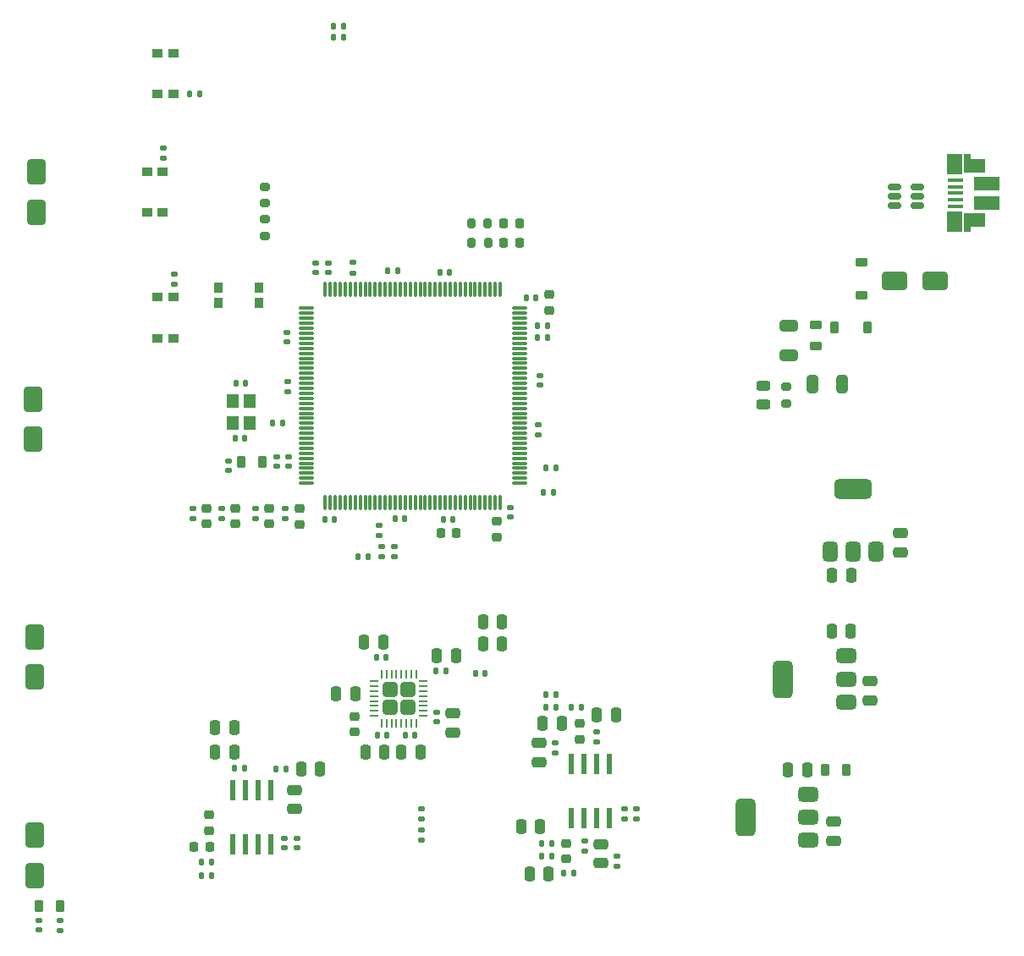
<source format=gbr>
%TF.GenerationSoftware,KiCad,Pcbnew,8.0.5*%
%TF.CreationDate,2024-11-23T22:59:16+07:00*%
%TF.ProjectId,Audio Processor V4,41756469-6f20-4507-926f-636573736f72,rev?*%
%TF.SameCoordinates,Original*%
%TF.FileFunction,Paste,Top*%
%TF.FilePolarity,Positive*%
%FSLAX46Y46*%
G04 Gerber Fmt 4.6, Leading zero omitted, Abs format (unit mm)*
G04 Created by KiCad (PCBNEW 8.0.5) date 2024-11-23 22:59:16*
%MOMM*%
%LPD*%
G01*
G04 APERTURE LIST*
G04 Aperture macros list*
%AMRoundRect*
0 Rectangle with rounded corners*
0 $1 Rounding radius*
0 $2 $3 $4 $5 $6 $7 $8 $9 X,Y pos of 4 corners*
0 Add a 4 corners polygon primitive as box body*
4,1,4,$2,$3,$4,$5,$6,$7,$8,$9,$2,$3,0*
0 Add four circle primitives for the rounded corners*
1,1,$1+$1,$2,$3*
1,1,$1+$1,$4,$5*
1,1,$1+$1,$6,$7*
1,1,$1+$1,$8,$9*
0 Add four rect primitives between the rounded corners*
20,1,$1+$1,$2,$3,$4,$5,0*
20,1,$1+$1,$4,$5,$6,$7,0*
20,1,$1+$1,$6,$7,$8,$9,0*
20,1,$1+$1,$8,$9,$2,$3,0*%
G04 Aperture macros list end*
%ADD10RoundRect,0.225000X-0.250000X0.225000X-0.250000X-0.225000X0.250000X-0.225000X0.250000X0.225000X0*%
%ADD11RoundRect,0.135000X-0.185000X0.135000X-0.185000X-0.135000X0.185000X-0.135000X0.185000X0.135000X0*%
%ADD12R,0.600000X2.000000*%
%ADD13RoundRect,0.140000X0.170000X-0.140000X0.170000X0.140000X-0.170000X0.140000X-0.170000X-0.140000X0*%
%ADD14RoundRect,0.135000X-0.135000X-0.185000X0.135000X-0.185000X0.135000X0.185000X-0.135000X0.185000X0*%
%ADD15RoundRect,0.250000X0.250000X0.475000X-0.250000X0.475000X-0.250000X-0.475000X0.250000X-0.475000X0*%
%ADD16RoundRect,0.135000X0.185000X-0.135000X0.185000X0.135000X-0.185000X0.135000X-0.185000X-0.135000X0*%
%ADD17RoundRect,0.250000X0.475000X-0.250000X0.475000X0.250000X-0.475000X0.250000X-0.475000X-0.250000X0*%
%ADD18RoundRect,0.200000X0.200000X0.275000X-0.200000X0.275000X-0.200000X-0.275000X0.200000X-0.275000X0*%
%ADD19RoundRect,0.250000X-0.250000X-0.475000X0.250000X-0.475000X0.250000X0.475000X-0.250000X0.475000X0*%
%ADD20RoundRect,0.140000X-0.140000X-0.170000X0.140000X-0.170000X0.140000X0.170000X-0.140000X0.170000X0*%
%ADD21RoundRect,0.140000X0.140000X0.170000X-0.140000X0.170000X-0.140000X-0.170000X0.140000X-0.170000X0*%
%ADD22RoundRect,0.218750X-0.381250X0.218750X-0.381250X-0.218750X0.381250X-0.218750X0.381250X0.218750X0*%
%ADD23R,1.200000X1.400000*%
%ADD24R,1.000000X0.900000*%
%ADD25RoundRect,0.225000X0.250000X-0.225000X0.250000X0.225000X-0.250000X0.225000X-0.250000X-0.225000X0*%
%ADD26RoundRect,0.218750X0.218750X0.256250X-0.218750X0.256250X-0.218750X-0.256250X0.218750X-0.256250X0*%
%ADD27RoundRect,0.140000X-0.170000X0.140000X-0.170000X-0.140000X0.170000X-0.140000X0.170000X0.140000X0*%
%ADD28RoundRect,0.135000X0.135000X0.185000X-0.135000X0.185000X-0.135000X-0.185000X0.135000X-0.185000X0*%
%ADD29RoundRect,0.243750X-0.456250X0.243750X-0.456250X-0.243750X0.456250X-0.243750X0.456250X0.243750X0*%
%ADD30RoundRect,0.200000X0.275000X-0.200000X0.275000X0.200000X-0.275000X0.200000X-0.275000X-0.200000X0*%
%ADD31RoundRect,0.218750X0.218750X0.381250X-0.218750X0.381250X-0.218750X-0.381250X0.218750X-0.381250X0*%
%ADD32RoundRect,0.250000X-0.475000X0.250000X-0.475000X-0.250000X0.475000X-0.250000X0.475000X0.250000X0*%
%ADD33RoundRect,0.250000X-0.650000X1.000000X-0.650000X-1.000000X0.650000X-1.000000X0.650000X1.000000X0*%
%ADD34RoundRect,0.375000X0.625000X0.375000X-0.625000X0.375000X-0.625000X-0.375000X0.625000X-0.375000X0*%
%ADD35RoundRect,0.500000X0.500000X1.400000X-0.500000X1.400000X-0.500000X-1.400000X0.500000X-1.400000X0*%
%ADD36RoundRect,0.250000X-1.000000X-0.650000X1.000000X-0.650000X1.000000X0.650000X-1.000000X0.650000X0*%
%ADD37RoundRect,0.375000X0.375000X-0.625000X0.375000X0.625000X-0.375000X0.625000X-0.375000X-0.625000X0*%
%ADD38RoundRect,0.500000X1.400000X-0.500000X1.400000X0.500000X-1.400000X0.500000X-1.400000X-0.500000X0*%
%ADD39RoundRect,0.250000X-0.480000X0.480000X-0.480000X-0.480000X0.480000X-0.480000X0.480000X0.480000X0*%
%ADD40RoundRect,0.062500X-0.062500X0.337500X-0.062500X-0.337500X0.062500X-0.337500X0.062500X0.337500X0*%
%ADD41RoundRect,0.062500X-0.337500X0.062500X-0.337500X-0.062500X0.337500X-0.062500X0.337500X0.062500X0*%
%ADD42RoundRect,0.225000X-0.225000X-0.375000X0.225000X-0.375000X0.225000X0.375000X-0.225000X0.375000X0*%
%ADD43RoundRect,0.150000X0.512500X0.150000X-0.512500X0.150000X-0.512500X-0.150000X0.512500X-0.150000X0*%
%ADD44RoundRect,0.218750X-0.218750X-0.381250X0.218750X-0.381250X0.218750X0.381250X-0.218750X0.381250X0*%
%ADD45RoundRect,0.250000X-0.650000X0.325000X-0.650000X-0.325000X0.650000X-0.325000X0.650000X0.325000X0*%
%ADD46RoundRect,0.225000X0.375000X-0.225000X0.375000X0.225000X-0.375000X0.225000X-0.375000X-0.225000X0*%
%ADD47RoundRect,0.225000X0.225000X0.250000X-0.225000X0.250000X-0.225000X-0.250000X0.225000X-0.250000X0*%
%ADD48RoundRect,0.250000X-0.325000X-0.650000X0.325000X-0.650000X0.325000X0.650000X-0.325000X0.650000X0*%
%ADD49R,0.900000X1.000000*%
%ADD50RoundRect,0.075000X-0.662500X-0.075000X0.662500X-0.075000X0.662500X0.075000X-0.662500X0.075000X0*%
%ADD51RoundRect,0.075000X-0.075000X-0.662500X0.075000X-0.662500X0.075000X0.662500X-0.075000X0.662500X0*%
%ADD52R,1.650000X0.400000*%
%ADD53R,0.700000X1.825000*%
%ADD54R,1.500000X2.000000*%
%ADD55R,2.000000X1.350000*%
%ADD56R,2.500000X1.430000*%
G04 APERTURE END LIST*
D10*
%TO.C,C3*%
X111649581Y-118320000D03*
X111649581Y-119870000D03*
%TD*%
D11*
%TO.C,R27*%
X84134581Y-116980000D03*
X84134581Y-118000000D03*
%TD*%
D12*
%TO.C,U12*%
X122939581Y-142555000D03*
X121669581Y-142555000D03*
X120399581Y-142555000D03*
X119129581Y-142555000D03*
X119129581Y-148005000D03*
X120399581Y-148005000D03*
X121669581Y-148005000D03*
X122939581Y-148005000D03*
%TD*%
D13*
%TO.C,C54*%
X90829581Y-112775000D03*
X90829581Y-111815000D03*
%TD*%
D14*
%TO.C,R25*%
X116544581Y-112970000D03*
X117564581Y-112970000D03*
%TD*%
D15*
%TO.C,C29*%
X104019581Y-141370000D03*
X102119581Y-141370000D03*
%TD*%
D10*
%TO.C,C68*%
X118629581Y-150555000D03*
X118629581Y-152105000D03*
%TD*%
D16*
%TO.C,R1*%
X97289581Y-93440000D03*
X97289581Y-92420000D03*
%TD*%
D17*
%TO.C,C70*%
X122059581Y-152530000D03*
X122059581Y-150630000D03*
%TD*%
D18*
%TO.C,R2*%
X110779581Y-90470000D03*
X109129581Y-90470000D03*
%TD*%
D19*
%TO.C,C35*%
X98379581Y-130395000D03*
X100279581Y-130395000D03*
%TD*%
D15*
%TO.C,C64*%
X85404581Y-141370000D03*
X83504581Y-141370000D03*
%TD*%
D20*
%TO.C,C52*%
X95354581Y-68745000D03*
X96314581Y-68745000D03*
%TD*%
D14*
%TO.C,R15*%
X115709581Y-99895000D03*
X116729581Y-99895000D03*
%TD*%
D21*
%TO.C,C37*%
X86434581Y-110032500D03*
X85474581Y-110032500D03*
%TD*%
D13*
%TO.C,C71*%
X91654581Y-150970000D03*
X91654581Y-150010000D03*
%TD*%
D22*
%TO.C,FB2*%
X143579581Y-98670000D03*
X143579581Y-100795000D03*
%TD*%
D11*
%TO.C,R7*%
X101429581Y-120860000D03*
X101429581Y-121880000D03*
%TD*%
D23*
%TO.C,HSE1*%
X85204581Y-106295000D03*
X85204581Y-108495000D03*
X86904581Y-108495000D03*
X86904581Y-106295000D03*
%TD*%
D14*
%TO.C,R16*%
X115739581Y-98767500D03*
X116759581Y-98767500D03*
%TD*%
D24*
%TO.C,SW2*%
X79339581Y-71430000D03*
X79339581Y-75530000D03*
X77739581Y-71430000D03*
X77739581Y-75530000D03*
%TD*%
D14*
%TO.C,R33*%
X116539581Y-135655000D03*
X117559581Y-135655000D03*
%TD*%
D15*
%TO.C,C31*%
X100399581Y-141370000D03*
X98499581Y-141370000D03*
%TD*%
D25*
%TO.C,C66*%
X119979581Y-140105000D03*
X119979581Y-138555000D03*
%TD*%
D16*
%TO.C,R31*%
X104129581Y-150175000D03*
X104129581Y-149155000D03*
%TD*%
D11*
%TO.C,R26*%
X81229581Y-117010000D03*
X81229581Y-118030000D03*
%TD*%
D20*
%TO.C,C23*%
X100774581Y-93270000D03*
X101734581Y-93270000D03*
%TD*%
D26*
%TO.C,D3*%
X113904581Y-88495000D03*
X112329581Y-88495000D03*
%TD*%
D27*
%TO.C,C56*%
X67979581Y-158290000D03*
X67979581Y-159250000D03*
%TD*%
D19*
%TO.C,C73*%
X110304581Y-130545000D03*
X112204581Y-130545000D03*
%TD*%
D14*
%TO.C,R18*%
X95339581Y-69845000D03*
X96359581Y-69845000D03*
%TD*%
D15*
%TO.C,C65*%
X118159581Y-138555000D03*
X116259581Y-138555000D03*
%TD*%
D10*
%TO.C,C59*%
X91929581Y-117045000D03*
X91929581Y-118595000D03*
%TD*%
D28*
%TO.C,R21*%
X83154581Y-152445000D03*
X82134581Y-152445000D03*
%TD*%
D16*
%TO.C,R32*%
X104109581Y-148075000D03*
X104109581Y-147055000D03*
%TD*%
D14*
%TO.C,R22*%
X85419581Y-143045000D03*
X86439581Y-143045000D03*
%TD*%
D21*
%TO.C,C6*%
X95434581Y-118095000D03*
X94474581Y-118095000D03*
%TD*%
D16*
%TO.C,R47*%
X79359581Y-94550000D03*
X79359581Y-93530000D03*
%TD*%
D29*
%TO.C,D12*%
X138304581Y-104707500D03*
X138304581Y-106582500D03*
%TD*%
D11*
%TO.C,R29*%
X90514581Y-117025000D03*
X90514581Y-118045000D03*
%TD*%
D13*
%TO.C,C76*%
X125604581Y-148050000D03*
X125604581Y-147090000D03*
%TD*%
D20*
%TO.C,C36*%
X99649581Y-131920000D03*
X100609581Y-131920000D03*
%TD*%
D30*
%TO.C,R44*%
X140629581Y-106482500D03*
X140629581Y-104832500D03*
%TD*%
D14*
%TO.C,R38*%
X116169581Y-150555000D03*
X117189581Y-150555000D03*
%TD*%
D10*
%TO.C,C60*%
X97419581Y-137825000D03*
X97419581Y-139375000D03*
%TD*%
D15*
%TO.C,C79*%
X116009581Y-148855000D03*
X114109581Y-148855000D03*
%TD*%
D31*
%TO.C,FB1*%
X88217081Y-112370000D03*
X86092081Y-112370000D03*
%TD*%
D20*
%TO.C,C13*%
X105999581Y-93395000D03*
X106959581Y-93395000D03*
%TD*%
D15*
%TO.C,C21*%
X147109581Y-123720000D03*
X145209581Y-123720000D03*
%TD*%
D32*
%TO.C,C26*%
X145379581Y-148370000D03*
X145379581Y-150270000D03*
%TD*%
D13*
%TO.C,C80*%
X93554581Y-93420000D03*
X93554581Y-92460000D03*
%TD*%
%TO.C,C75*%
X90447081Y-150995000D03*
X90447081Y-150035000D03*
%TD*%
D33*
%TO.C,D8*%
X65440831Y-129905000D03*
X65440831Y-133905000D03*
%TD*%
D34*
%TO.C,U2*%
X146599581Y-136382500D03*
X146599581Y-134082500D03*
D35*
X140299581Y-134082500D03*
D34*
X146599581Y-131782500D03*
%TD*%
D16*
%TO.C,R45*%
X78274581Y-81955000D03*
X78274581Y-80935000D03*
%TD*%
D34*
%TO.C,U7*%
X142854581Y-150245000D03*
X142854581Y-147945000D03*
D35*
X136554581Y-147945000D03*
D34*
X142854581Y-145645000D03*
%TD*%
D16*
%TO.C,R35*%
X117534581Y-141490000D03*
X117534581Y-140470000D03*
%TD*%
D14*
%TO.C,R36*%
X116174581Y-151830000D03*
X117194581Y-151830000D03*
%TD*%
D17*
%TO.C,C78*%
X115909581Y-142405000D03*
X115909581Y-140505000D03*
%TD*%
%TO.C,C27*%
X107279581Y-139420000D03*
X107279581Y-137520000D03*
%TD*%
D13*
%TO.C,C72*%
X124404581Y-148060000D03*
X124404581Y-147100000D03*
%TD*%
D21*
%TO.C,C32*%
X100689581Y-139740000D03*
X99729581Y-139740000D03*
%TD*%
D20*
%TO.C,C12*%
X114629581Y-95950000D03*
X115589581Y-95950000D03*
%TD*%
D27*
%TO.C,C39*%
X84829581Y-112265000D03*
X84829581Y-113225000D03*
%TD*%
D20*
%TO.C,C34*%
X105599581Y-133295000D03*
X106559581Y-133295000D03*
%TD*%
D15*
%TO.C,C18*%
X147089581Y-129302500D03*
X145189581Y-129302500D03*
%TD*%
D36*
%TO.C,D4*%
X151479581Y-94270000D03*
X155479581Y-94270000D03*
%TD*%
D21*
%TO.C,C8*%
X107259581Y-118135000D03*
X106299581Y-118135000D03*
%TD*%
D37*
%TO.C,U3*%
X145004581Y-121345000D03*
X147304581Y-121345000D03*
D38*
X147304581Y-115045000D03*
D37*
X149604581Y-121345000D03*
%TD*%
D39*
%TO.C,U5*%
X102744581Y-135160000D03*
X100994581Y-135160000D03*
X102744581Y-136910000D03*
X100994581Y-136910000D03*
D40*
X103619581Y-133585000D03*
X103119581Y-133585000D03*
X102619581Y-133585000D03*
X102119581Y-133585000D03*
X101619581Y-133585000D03*
X101119581Y-133585000D03*
X100619581Y-133585000D03*
X100119581Y-133585000D03*
D41*
X99419581Y-134285000D03*
X99419581Y-134785000D03*
X99419581Y-135285000D03*
X99419581Y-135785000D03*
X99419581Y-136285000D03*
X99419581Y-136785000D03*
X99419581Y-137285000D03*
X99419581Y-137785000D03*
D40*
X100119581Y-138485000D03*
X100619581Y-138485000D03*
X101119581Y-138485000D03*
X101619581Y-138485000D03*
X102119581Y-138485000D03*
X102619581Y-138485000D03*
X103119581Y-138485000D03*
X103619581Y-138485000D03*
D41*
X104319581Y-137785000D03*
X104319581Y-137285000D03*
X104319581Y-136785000D03*
X104319581Y-136285000D03*
X104319581Y-135785000D03*
X104319581Y-135285000D03*
X104319581Y-134785000D03*
X104319581Y-134285000D03*
%TD*%
D42*
%TO.C,D1*%
X145454581Y-98882500D03*
X148754581Y-98882500D03*
%TD*%
D21*
%TO.C,C30*%
X103459581Y-139750000D03*
X102499581Y-139750000D03*
%TD*%
D16*
%TO.C,R39*%
X121659581Y-140415000D03*
X121659581Y-139395000D03*
%TD*%
D10*
%TO.C,C57*%
X85519581Y-117005000D03*
X85519581Y-118555000D03*
%TD*%
D11*
%TO.C,R41*%
X120429581Y-150285000D03*
X120429581Y-151305000D03*
%TD*%
D12*
%TO.C,U9*%
X89017081Y-145215000D03*
X87747081Y-145215000D03*
X86477081Y-145215000D03*
X85207081Y-145215000D03*
X85207081Y-150665000D03*
X86477081Y-150665000D03*
X87747081Y-150665000D03*
X89017081Y-150665000D03*
%TD*%
D33*
%TO.C,D6*%
X65594581Y-83345000D03*
X65594581Y-87345000D03*
%TD*%
D24*
%TO.C,SW3*%
X78254581Y-83295000D03*
X78254581Y-87395000D03*
X76654581Y-83295000D03*
X76654581Y-87395000D03*
%TD*%
D13*
%TO.C,C24*%
X94829581Y-93420000D03*
X94829581Y-92460000D03*
%TD*%
D43*
%TO.C,U11*%
X153732081Y-86722500D03*
X153732081Y-85772500D03*
X153732081Y-84822500D03*
X151457081Y-84822500D03*
X151457081Y-85772500D03*
X151457081Y-86722500D03*
%TD*%
D11*
%TO.C,R28*%
X87489581Y-117000000D03*
X87489581Y-118020000D03*
%TD*%
D26*
%TO.C,D10*%
X113917081Y-90470000D03*
X112342081Y-90470000D03*
%TD*%
D14*
%TO.C,R30*%
X89597081Y-143065000D03*
X90617081Y-143065000D03*
%TD*%
D27*
%TO.C,C9*%
X113039581Y-116895000D03*
X113039581Y-117855000D03*
%TD*%
D17*
%TO.C,C19*%
X152079581Y-121395000D03*
X152079581Y-119495000D03*
%TD*%
D15*
%TO.C,C77*%
X85404581Y-138970000D03*
X83504581Y-138970000D03*
%TD*%
D33*
%TO.C,D9*%
X65469581Y-149740000D03*
X65469581Y-153740000D03*
%TD*%
D14*
%TO.C,R46*%
X80919581Y-75560000D03*
X81939581Y-75560000D03*
%TD*%
D21*
%TO.C,C7*%
X102459581Y-118045000D03*
X101499581Y-118045000D03*
%TD*%
D10*
%TO.C,C55*%
X82644581Y-117030000D03*
X82644581Y-118580000D03*
%TD*%
D31*
%TO.C,FB5*%
X146662081Y-143210000D03*
X144537081Y-143210000D03*
%TD*%
D16*
%TO.C,R42*%
X123659581Y-152865000D03*
X123659581Y-151845000D03*
%TD*%
D10*
%TO.C,C41*%
X82904581Y-147695000D03*
X82904581Y-149245000D03*
%TD*%
%TO.C,C58*%
X88919581Y-117030000D03*
X88919581Y-118580000D03*
%TD*%
D32*
%TO.C,C62*%
X91447081Y-145215000D03*
X91447081Y-147115000D03*
%TD*%
D44*
%TO.C,FB3*%
X65867081Y-156820000D03*
X67992081Y-156820000D03*
%TD*%
D13*
%TO.C,C4*%
X90739581Y-105315000D03*
X90739581Y-104355000D03*
%TD*%
D20*
%TO.C,R43*%
X109549581Y-133570000D03*
X110509581Y-133570000D03*
%TD*%
D27*
%TO.C,C10*%
X115809581Y-108665000D03*
X115809581Y-109625000D03*
%TD*%
D19*
%TO.C,C33*%
X105654581Y-131745000D03*
X107554581Y-131745000D03*
%TD*%
D27*
%TO.C,C11*%
X115979581Y-103690000D03*
X115979581Y-104650000D03*
%TD*%
D28*
%TO.C,R34*%
X117569581Y-136905000D03*
X116549581Y-136905000D03*
%TD*%
D19*
%TO.C,C74*%
X110304581Y-128345000D03*
X112204581Y-128345000D03*
%TD*%
D15*
%TO.C,C67*%
X116834581Y-153555000D03*
X114934581Y-153555000D03*
%TD*%
D13*
%TO.C,C28*%
X105629581Y-138355000D03*
X105629581Y-137395000D03*
%TD*%
D15*
%TO.C,C63*%
X93997081Y-143115000D03*
X92097081Y-143115000D03*
%TD*%
D27*
%TO.C,C1*%
X90689581Y-99370000D03*
X90689581Y-100330000D03*
%TD*%
D30*
%TO.C,R23*%
X88479581Y-86495000D03*
X88479581Y-84845000D03*
%TD*%
D14*
%TO.C,R40*%
X119074581Y-136905000D03*
X120094581Y-136905000D03*
%TD*%
D45*
%TO.C,C15*%
X140904581Y-98707500D03*
X140904581Y-101657500D03*
%TD*%
D33*
%TO.C,D7*%
X65299581Y-106080000D03*
X65299581Y-110080000D03*
%TD*%
D46*
%TO.C,D5*%
X148179581Y-95645000D03*
X148179581Y-92345000D03*
%TD*%
D14*
%TO.C,R3*%
X89189581Y-108505000D03*
X90209581Y-108505000D03*
%TD*%
D20*
%TO.C,C38*%
X85584581Y-104495000D03*
X86544581Y-104495000D03*
%TD*%
D47*
%TO.C,C42*%
X82919581Y-150895000D03*
X81369581Y-150895000D03*
%TD*%
D48*
%TO.C,C16*%
X143279581Y-104582500D03*
X146229581Y-104582500D03*
%TD*%
D49*
%TO.C,SW1*%
X87869581Y-96480000D03*
X83769581Y-96480000D03*
X87869581Y-94880000D03*
X83769581Y-94880000D03*
%TD*%
D27*
%TO.C,C40*%
X65854581Y-158265000D03*
X65854581Y-159225000D03*
%TD*%
D15*
%TO.C,C61*%
X97499581Y-135530000D03*
X95599581Y-135530000D03*
%TD*%
D14*
%TO.C,R12*%
X82134581Y-153795000D03*
X83154581Y-153795000D03*
%TD*%
D30*
%TO.C,R17*%
X88479581Y-89720000D03*
X88479581Y-88070000D03*
%TD*%
D11*
%TO.C,R13*%
X99929581Y-118735000D03*
X99929581Y-119755000D03*
%TD*%
D19*
%TO.C,C69*%
X121684581Y-137680000D03*
X123584581Y-137680000D03*
%TD*%
D14*
%TO.C,R10*%
X97794581Y-121820000D03*
X98814581Y-121820000D03*
%TD*%
D32*
%TO.C,C22*%
X149024581Y-134307500D03*
X149024581Y-136207500D03*
%TD*%
D14*
%TO.C,R24*%
X116304581Y-115445000D03*
X117324581Y-115445000D03*
%TD*%
D25*
%TO.C,C2*%
X116889581Y-97175000D03*
X116889581Y-95625000D03*
%TD*%
D24*
%TO.C,SW4*%
X79349581Y-95860000D03*
X79349581Y-99960000D03*
X77749581Y-95860000D03*
X77749581Y-99960000D03*
%TD*%
D50*
%TO.C,U1*%
X92584581Y-96995000D03*
X92584581Y-97495000D03*
X92584581Y-97995000D03*
X92584581Y-98495000D03*
X92584581Y-98995000D03*
X92584581Y-99495000D03*
X92584581Y-99995000D03*
X92584581Y-100495000D03*
X92584581Y-100995000D03*
X92584581Y-101495000D03*
X92584581Y-101995000D03*
X92584581Y-102495000D03*
X92584581Y-102995000D03*
X92584581Y-103495000D03*
X92584581Y-103995000D03*
X92584581Y-104495000D03*
X92584581Y-104995000D03*
X92584581Y-105495000D03*
X92584581Y-105995000D03*
X92584581Y-106495000D03*
X92584581Y-106995000D03*
X92584581Y-107495000D03*
X92584581Y-107995000D03*
X92584581Y-108495000D03*
X92584581Y-108995000D03*
X92584581Y-109495000D03*
X92584581Y-109995000D03*
X92584581Y-110495000D03*
X92584581Y-110995000D03*
X92584581Y-111495000D03*
X92584581Y-111995000D03*
X92584581Y-112495000D03*
X92584581Y-112995000D03*
X92584581Y-113495000D03*
X92584581Y-113995000D03*
X92584581Y-114495000D03*
D51*
X94497081Y-116407500D03*
X94997081Y-116407500D03*
X95497081Y-116407500D03*
X95997081Y-116407500D03*
X96497081Y-116407500D03*
X96997081Y-116407500D03*
X97497081Y-116407500D03*
X97997081Y-116407500D03*
X98497081Y-116407500D03*
X98997081Y-116407500D03*
X99497081Y-116407500D03*
X99997081Y-116407500D03*
X100497081Y-116407500D03*
X100997081Y-116407500D03*
X101497081Y-116407500D03*
X101997081Y-116407500D03*
X102497081Y-116407500D03*
X102997081Y-116407500D03*
X103497081Y-116407500D03*
X103997081Y-116407500D03*
X104497081Y-116407500D03*
X104997081Y-116407500D03*
X105497081Y-116407500D03*
X105997081Y-116407500D03*
X106497081Y-116407500D03*
X106997081Y-116407500D03*
X107497081Y-116407500D03*
X107997081Y-116407500D03*
X108497081Y-116407500D03*
X108997081Y-116407500D03*
X109497081Y-116407500D03*
X109997081Y-116407500D03*
X110497081Y-116407500D03*
X110997081Y-116407500D03*
X111497081Y-116407500D03*
X111997081Y-116407500D03*
D50*
X113909581Y-114495000D03*
X113909581Y-113995000D03*
X113909581Y-113495000D03*
X113909581Y-112995000D03*
X113909581Y-112495000D03*
X113909581Y-111995000D03*
X113909581Y-111495000D03*
X113909581Y-110995000D03*
X113909581Y-110495000D03*
X113909581Y-109995000D03*
X113909581Y-109495000D03*
X113909581Y-108995000D03*
X113909581Y-108495000D03*
X113909581Y-107995000D03*
X113909581Y-107495000D03*
X113909581Y-106995000D03*
X113909581Y-106495000D03*
X113909581Y-105995000D03*
X113909581Y-105495000D03*
X113909581Y-104995000D03*
X113909581Y-104495000D03*
X113909581Y-103995000D03*
X113909581Y-103495000D03*
X113909581Y-102995000D03*
X113909581Y-102495000D03*
X113909581Y-101995000D03*
X113909581Y-101495000D03*
X113909581Y-100995000D03*
X113909581Y-100495000D03*
X113909581Y-99995000D03*
X113909581Y-99495000D03*
X113909581Y-98995000D03*
X113909581Y-98495000D03*
X113909581Y-97995000D03*
X113909581Y-97495000D03*
X113909581Y-96995000D03*
D51*
X111997081Y-95082500D03*
X111497081Y-95082500D03*
X110997081Y-95082500D03*
X110497081Y-95082500D03*
X109997081Y-95082500D03*
X109497081Y-95082500D03*
X108997081Y-95082500D03*
X108497081Y-95082500D03*
X107997081Y-95082500D03*
X107497081Y-95082500D03*
X106997081Y-95082500D03*
X106497081Y-95082500D03*
X105997081Y-95082500D03*
X105497081Y-95082500D03*
X104997081Y-95082500D03*
X104497081Y-95082500D03*
X103997081Y-95082500D03*
X103497081Y-95082500D03*
X102997081Y-95082500D03*
X102497081Y-95082500D03*
X101997081Y-95082500D03*
X101497081Y-95082500D03*
X100997081Y-95082500D03*
X100497081Y-95082500D03*
X99997081Y-95082500D03*
X99497081Y-95082500D03*
X98997081Y-95082500D03*
X98497081Y-95082500D03*
X97997081Y-95082500D03*
X97497081Y-95082500D03*
X96997081Y-95082500D03*
X96497081Y-95082500D03*
X95997081Y-95082500D03*
X95497081Y-95082500D03*
X94997081Y-95082500D03*
X94497081Y-95082500D03*
%TD*%
D47*
%TO.C,C14*%
X107624581Y-119505000D03*
X106074581Y-119505000D03*
%TD*%
D14*
%TO.C,R37*%
X118324581Y-153530000D03*
X119344581Y-153530000D03*
%TD*%
D13*
%TO.C,C53*%
X89629581Y-112775000D03*
X89629581Y-111815000D03*
%TD*%
D11*
%TO.C,R11*%
X100104581Y-120860000D03*
X100104581Y-121880000D03*
%TD*%
D15*
%TO.C,C25*%
X142724581Y-143185000D03*
X140824581Y-143185000D03*
%TD*%
D18*
%TO.C,R20*%
X110767081Y-88495000D03*
X109117081Y-88495000D03*
%TD*%
D52*
%TO.C,J4*%
X157554581Y-86760000D03*
X157554581Y-86110000D03*
X157554581Y-85460000D03*
X157554581Y-84810000D03*
X157554581Y-84160000D03*
D53*
X158754581Y-88410000D03*
D54*
X157454581Y-88310000D03*
D55*
X159504581Y-88190000D03*
D56*
X160704581Y-86420000D03*
X160704581Y-84500000D03*
D55*
X159504581Y-82710000D03*
D54*
X157434581Y-82560000D03*
D53*
X158754581Y-82460000D03*
%TD*%
M02*

</source>
